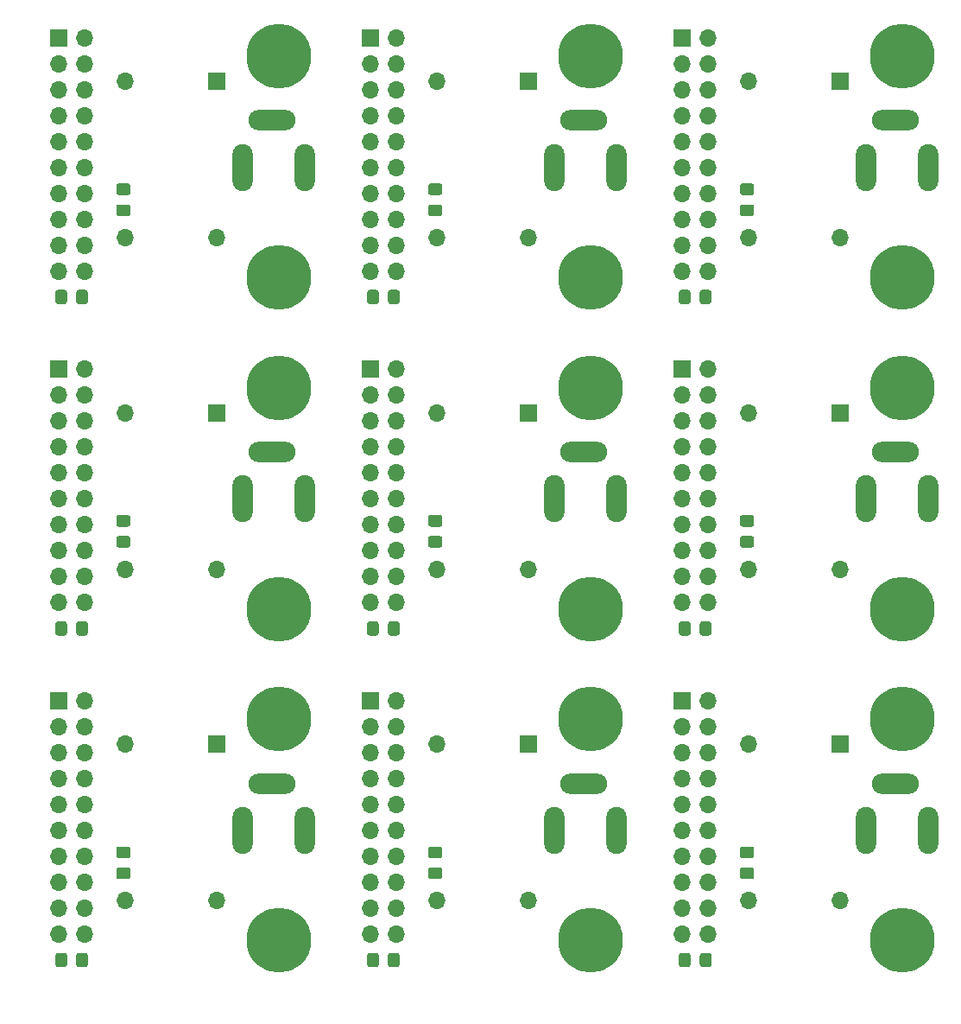
<source format=gbs>
%MOIN*%
%OFA0B0*%
%FSLAX46Y46*%
%IPPOS*%
%LPD*%
%ADD10C,0.25*%
%ADD11O,0.07874015748031496X0.18110236220472439*%
%ADD12O,0.18110236220472439X0.07874015748031496*%
%ADD13R,0.066929133858267723X0.066929133858267723*%
%ADD14O,0.066929133858267723X0.066929133858267723*%
%ADD25C,0.25*%
%ADD26O,0.07874015748031496X0.18110236220472439*%
%ADD27O,0.18110236220472439X0.07874015748031496*%
%ADD28R,0.066929133858267723X0.066929133858267723*%
%ADD29O,0.066929133858267723X0.066929133858267723*%
%ADD30C,0.25*%
%ADD31O,0.07874015748031496X0.18110236220472439*%
%ADD32O,0.18110236220472439X0.07874015748031496*%
%ADD33R,0.066929133858267723X0.066929133858267723*%
%ADD34O,0.066929133858267723X0.066929133858267723*%
%ADD35C,0.25*%
%ADD36O,0.07874015748031496X0.18110236220472439*%
%ADD37O,0.18110236220472439X0.07874015748031496*%
%ADD38R,0.066929133858267723X0.066929133858267723*%
%ADD39O,0.066929133858267723X0.066929133858267723*%
%ADD40C,0.25*%
%ADD41O,0.07874015748031496X0.18110236220472439*%
%ADD42O,0.18110236220472439X0.07874015748031496*%
%ADD43R,0.066929133858267723X0.066929133858267723*%
%ADD44O,0.066929133858267723X0.066929133858267723*%
%ADD45C,0.25*%
%ADD46O,0.07874015748031496X0.18110236220472439*%
%ADD47O,0.18110236220472439X0.07874015748031496*%
%ADD48R,0.066929133858267723X0.066929133858267723*%
%ADD49O,0.066929133858267723X0.066929133858267723*%
%ADD50C,0.25*%
%ADD51O,0.07874015748031496X0.18110236220472439*%
%ADD52O,0.18110236220472439X0.07874015748031496*%
%ADD53R,0.066929133858267723X0.066929133858267723*%
%ADD54O,0.066929133858267723X0.066929133858267723*%
%ADD55C,0.25*%
%ADD56O,0.07874015748031496X0.18110236220472439*%
%ADD57O,0.18110236220472439X0.07874015748031496*%
%ADD58R,0.066929133858267723X0.066929133858267723*%
%ADD59O,0.066929133858267723X0.066929133858267723*%
%ADD60C,0.25*%
%ADD61O,0.07874015748031496X0.18110236220472439*%
%ADD62O,0.18110236220472439X0.07874015748031496*%
%ADD63R,0.066929133858267723X0.066929133858267723*%
%ADD64O,0.066929133858267723X0.066929133858267723*%
G01*
G36*
G01*
X0000332283Y0000537992D02*
X0000367716Y0000537992D01*
G75*
G02*
X0000377559Y0000528149J-0000009842D01*
G01*
X0000377559Y0000502559D01*
G75*
G02*
X0000367716Y0000492716I-0000009842D01*
G01*
X0000332283Y0000492716D01*
G75*
G02*
X0000322440Y0000502559J0000009842D01*
G01*
X0000322440Y0000528149D01*
G75*
G02*
X0000332283Y0000537992I0000009842D01*
G01*
G37*
G36*
G01*
X0000332283Y0000457283D02*
X0000367716Y0000457283D01*
G75*
G02*
X0000377559Y0000447440J-0000009842D01*
G01*
X0000377559Y0000421850D01*
G75*
G02*
X0000367716Y0000412007I-0000009842D01*
G01*
X0000332283Y0000412007D01*
G75*
G02*
X0000322440Y0000421850J0000009842D01*
G01*
X0000322440Y0000447440D01*
G75*
G02*
X0000332283Y0000457283I0000009842D01*
G01*
G37*
D10*
X0000949999Y0000175000D03*
X0000949999Y0001028818D03*
G36*
G01*
X0000087007Y0000082283D02*
X0000087007Y0000117716D01*
G75*
G02*
X0000096850Y0000127559I0000009842D01*
G01*
X0000122440Y0000127559D01*
G75*
G02*
X0000132283Y0000117716J-0000009842D01*
G01*
X0000132283Y0000082283D01*
G75*
G02*
X0000122440Y0000072440I-0000009842D01*
G01*
X0000096850Y0000072440D01*
G75*
G02*
X0000087007Y0000082283J0000009842D01*
G01*
G37*
G36*
G01*
X0000167716Y0000082283D02*
X0000167716Y0000117716D01*
G75*
G02*
X0000177559Y0000127559I0000009842D01*
G01*
X0000203149Y0000127559D01*
G75*
G02*
X0000212992Y0000117716J-0000009842D01*
G01*
X0000212992Y0000082283D01*
G75*
G02*
X0000203149Y0000072440I-0000009842D01*
G01*
X0000177559Y0000072440D01*
G75*
G02*
X0000167716Y0000082283J0000009842D01*
G01*
G37*
D11*
X0001050000Y0000600000D03*
X0000809842Y0000600000D03*
D12*
X0000924015Y0000781102D03*
D13*
X0000710629Y0000931692D03*
D14*
X0000710629Y0000329330D03*
X0000356299Y0000931692D03*
X0000356299Y0000329330D03*
D13*
X0000100000Y0001100000D03*
D14*
X0000199999Y0001100000D03*
X0000100000Y0001000000D03*
X0000199999Y0001000000D03*
X0000100000Y0000900000D03*
X0000199999Y0000900000D03*
X0000100000Y0000800000D03*
X0000199999Y0000800000D03*
X0000100000Y0000700000D03*
X0000199999Y0000700000D03*
X0000100000Y0000600000D03*
X0000199999Y0000600000D03*
X0000100000Y0000500000D03*
X0000199999Y0000500000D03*
X0000100000Y0000400000D03*
X0000199999Y0000400000D03*
X0000100000Y0000300000D03*
X0000199999Y0000300000D03*
X0000100000Y0000200000D03*
X0000199999Y0000200000D03*
G04 next file*
G04 #@! TF.GenerationSoftware,KiCad,Pcbnew,(5.1.10)-1*
G04 #@! TF.CreationDate,2021-09-23T17:15:10-04:00*
G04 #@! TF.ProjectId,MINI360,4d494e49-3336-4302-9e6b-696361645f70,X1*
G04 #@! TF.SameCoordinates,Original*
G04 #@! TF.FileFunction,Soldermask,Bot*
G04 #@! TF.FilePolarity,Negative*
G04 Gerber Fmt 4.6, Leading zero omitted, Abs format (unit mm)*
G04 Created by KiCad (PCBNEW (5.1.10)-1) date 2021-09-23 17:15:10*
G01*
G04 APERTURE LIST*
G04 APERTURE END LIST*
G36*
G01*
X0000332283Y0001816732D02*
X0000367716Y0001816732D01*
G75*
G02*
X0000377559Y0001806889J-0000009842D01*
G01*
X0000377559Y0001781299D01*
G75*
G02*
X0000367716Y0001771456I-0000009842D01*
G01*
X0000332283Y0001771456D01*
G75*
G02*
X0000322440Y0001781299J0000009842D01*
G01*
X0000322440Y0001806889D01*
G75*
G02*
X0000332283Y0001816732I0000009842D01*
G01*
G37*
G36*
G01*
X0000332283Y0001736023D02*
X0000367716Y0001736023D01*
G75*
G02*
X0000377559Y0001726181J-0000009842D01*
G01*
X0000377559Y0001700590D01*
G75*
G02*
X0000367716Y0001690748I-0000009842D01*
G01*
X0000332283Y0001690748D01*
G75*
G02*
X0000322440Y0001700590J0000009842D01*
G01*
X0000322440Y0001726181D01*
G75*
G02*
X0000332283Y0001736023I0000009842D01*
G01*
G37*
D25*
X0000949999Y0001453740D03*
X0000949999Y0002307559D03*
G36*
G01*
X0000087007Y0001361023D02*
X0000087007Y0001396456D01*
G75*
G02*
X0000096850Y0001406299I0000009842D01*
G01*
X0000122440Y0001406299D01*
G75*
G02*
X0000132283Y0001396456J-0000009842D01*
G01*
X0000132283Y0001361023D01*
G75*
G02*
X0000122440Y0001351181I-0000009842D01*
G01*
X0000096850Y0001351181D01*
G75*
G02*
X0000087007Y0001361023J0000009842D01*
G01*
G37*
G36*
G01*
X0000167716Y0001361023D02*
X0000167716Y0001396456D01*
G75*
G02*
X0000177559Y0001406299I0000009842D01*
G01*
X0000203149Y0001406299D01*
G75*
G02*
X0000212992Y0001396456J-0000009842D01*
G01*
X0000212992Y0001361023D01*
G75*
G02*
X0000203149Y0001351181I-0000009842D01*
G01*
X0000177559Y0001351181D01*
G75*
G02*
X0000167716Y0001361023J0000009842D01*
G01*
G37*
D26*
X0001050000Y0001878740D03*
X0000809842Y0001878740D03*
D27*
X0000924015Y0002059842D03*
D28*
X0000710629Y0002210433D03*
D29*
X0000710629Y0001608070D03*
X0000356299Y0002210433D03*
X0000356299Y0001608070D03*
D28*
X0000100000Y0002378740D03*
D29*
X0000199999Y0002378740D03*
X0000100000Y0002278740D03*
X0000199999Y0002278740D03*
X0000100000Y0002178740D03*
X0000199999Y0002178740D03*
X0000100000Y0002078740D03*
X0000199999Y0002078740D03*
X0000100000Y0001978740D03*
X0000199999Y0001978740D03*
X0000100000Y0001878740D03*
X0000199999Y0001878740D03*
X0000100000Y0001778740D03*
X0000199999Y0001778740D03*
X0000100000Y0001678740D03*
X0000199999Y0001678740D03*
X0000100000Y0001578740D03*
X0000199999Y0001578740D03*
X0000100000Y0001478740D03*
X0000199999Y0001478740D03*
G04 next file*
G04 #@! TF.GenerationSoftware,KiCad,Pcbnew,(5.1.10)-1*
G04 #@! TF.CreationDate,2021-09-23T17:15:10-04:00*
G04 #@! TF.ProjectId,MINI360,4d494e49-3336-4302-9e6b-696361645f70,X1*
G04 #@! TF.SameCoordinates,Original*
G04 #@! TF.FileFunction,Soldermask,Bot*
G04 #@! TF.FilePolarity,Negative*
G04 Gerber Fmt 4.6, Leading zero omitted, Abs format (unit mm)*
G04 Created by KiCad (PCBNEW (5.1.10)-1) date 2021-09-23 17:15:10*
G01*
G04 APERTURE LIST*
G04 APERTURE END LIST*
G36*
G01*
X0000332283Y0003095472D02*
X0000367716Y0003095472D01*
G75*
G02*
X0000377559Y0003085629J-0000009842D01*
G01*
X0000377559Y0003060039D01*
G75*
G02*
X0000367716Y0003050196I-0000009842D01*
G01*
X0000332283Y0003050196D01*
G75*
G02*
X0000322440Y0003060039J0000009842D01*
G01*
X0000322440Y0003085629D01*
G75*
G02*
X0000332283Y0003095472I0000009842D01*
G01*
G37*
G36*
G01*
X0000332283Y0003014763D02*
X0000367716Y0003014763D01*
G75*
G02*
X0000377559Y0003004921J-0000009842D01*
G01*
X0000377559Y0002979330D01*
G75*
G02*
X0000367716Y0002969488I-0000009842D01*
G01*
X0000332283Y0002969488D01*
G75*
G02*
X0000322440Y0002979330J0000009842D01*
G01*
X0000322440Y0003004921D01*
G75*
G02*
X0000332283Y0003014763I0000009842D01*
G01*
G37*
D30*
X0000949999Y0002732480D03*
X0000949999Y0003586299D03*
G36*
G01*
X0000087007Y0002639763D02*
X0000087007Y0002675196D01*
G75*
G02*
X0000096850Y0002685039I0000009842D01*
G01*
X0000122440Y0002685039D01*
G75*
G02*
X0000132283Y0002675196J-0000009842D01*
G01*
X0000132283Y0002639763D01*
G75*
G02*
X0000122440Y0002629921I-0000009842D01*
G01*
X0000096850Y0002629921D01*
G75*
G02*
X0000087007Y0002639763J0000009842D01*
G01*
G37*
G36*
G01*
X0000167716Y0002639763D02*
X0000167716Y0002675196D01*
G75*
G02*
X0000177559Y0002685039I0000009842D01*
G01*
X0000203149Y0002685039D01*
G75*
G02*
X0000212992Y0002675196J-0000009842D01*
G01*
X0000212992Y0002639763D01*
G75*
G02*
X0000203149Y0002629921I-0000009842D01*
G01*
X0000177559Y0002629921D01*
G75*
G02*
X0000167716Y0002639763J0000009842D01*
G01*
G37*
D31*
X0001050000Y0003157480D03*
X0000809842Y0003157480D03*
D32*
X0000924015Y0003338582D03*
D33*
X0000710629Y0003489173D03*
D34*
X0000710629Y0002886811D03*
X0000356299Y0003489173D03*
X0000356299Y0002886811D03*
D33*
X0000100000Y0003657480D03*
D34*
X0000199999Y0003657480D03*
X0000100000Y0003557480D03*
X0000199999Y0003557480D03*
X0000100000Y0003457480D03*
X0000199999Y0003457480D03*
X0000100000Y0003357480D03*
X0000199999Y0003357480D03*
X0000100000Y0003257480D03*
X0000199999Y0003257480D03*
X0000100000Y0003157480D03*
X0000199999Y0003157480D03*
X0000100000Y0003057480D03*
X0000199999Y0003057480D03*
X0000100000Y0002957480D03*
X0000199999Y0002957480D03*
X0000100000Y0002857480D03*
X0000199999Y0002857480D03*
X0000100000Y0002757480D03*
X0000199999Y0002757480D03*
G04 next file*
G04 #@! TF.GenerationSoftware,KiCad,Pcbnew,(5.1.10)-1*
G04 #@! TF.CreationDate,2021-09-23T17:15:10-04:00*
G04 #@! TF.ProjectId,MINI360,4d494e49-3336-4302-9e6b-696361645f70,X1*
G04 #@! TF.SameCoordinates,Original*
G04 #@! TF.FileFunction,Soldermask,Bot*
G04 #@! TF.FilePolarity,Negative*
G04 Gerber Fmt 4.6, Leading zero omitted, Abs format (unit mm)*
G04 Created by KiCad (PCBNEW (5.1.10)-1) date 2021-09-23 17:15:10*
G01*
G04 APERTURE LIST*
G04 APERTURE END LIST*
G36*
G01*
X0001536023Y0000537992D02*
X0001571456Y0000537992D01*
G75*
G02*
X0001581299Y0000528149J-0000009842D01*
G01*
X0001581299Y0000502559D01*
G75*
G02*
X0001571456Y0000492716I-0000009842D01*
G01*
X0001536023Y0000492716D01*
G75*
G02*
X0001526181Y0000502559J0000009842D01*
G01*
X0001526181Y0000528149D01*
G75*
G02*
X0001536023Y0000537992I0000009842D01*
G01*
G37*
G36*
G01*
X0001536023Y0000457283D02*
X0001571456Y0000457283D01*
G75*
G02*
X0001581299Y0000447440J-0000009842D01*
G01*
X0001581299Y0000421850D01*
G75*
G02*
X0001571456Y0000412007I-0000009842D01*
G01*
X0001536023Y0000412007D01*
G75*
G02*
X0001526181Y0000421850J0000009842D01*
G01*
X0001526181Y0000447440D01*
G75*
G02*
X0001536023Y0000457283I0000009842D01*
G01*
G37*
D35*
X0002153740Y0000175000D03*
X0002153740Y0001028818D03*
G36*
G01*
X0001290747Y0000082283D02*
X0001290747Y0000117716D01*
G75*
G02*
X0001300590Y0000127559I0000009842D01*
G01*
X0001326181Y0000127559D01*
G75*
G02*
X0001336023Y0000117716J-0000009842D01*
G01*
X0001336023Y0000082283D01*
G75*
G02*
X0001326181Y0000072440I-0000009842D01*
G01*
X0001300590Y0000072440D01*
G75*
G02*
X0001290747Y0000082283J0000009842D01*
G01*
G37*
G36*
G01*
X0001371456Y0000082283D02*
X0001371456Y0000117716D01*
G75*
G02*
X0001381299Y0000127559I0000009842D01*
G01*
X0001406889Y0000127559D01*
G75*
G02*
X0001416732Y0000117716J-0000009842D01*
G01*
X0001416732Y0000082283D01*
G75*
G02*
X0001406889Y0000072440I-0000009842D01*
G01*
X0001381299Y0000072440D01*
G75*
G02*
X0001371456Y0000082283J0000009842D01*
G01*
G37*
D36*
X0002253740Y0000600000D03*
X0002013582Y0000600000D03*
D37*
X0002127755Y0000781102D03*
D38*
X0001914370Y0000931692D03*
D39*
X0001914370Y0000329330D03*
X0001560039Y0000931692D03*
X0001560039Y0000329330D03*
D38*
X0001303740Y0001100000D03*
D39*
X0001403740Y0001100000D03*
X0001303740Y0001000000D03*
X0001403740Y0001000000D03*
X0001303740Y0000900000D03*
X0001403740Y0000900000D03*
X0001303740Y0000800000D03*
X0001403740Y0000800000D03*
X0001303740Y0000700000D03*
X0001403740Y0000700000D03*
X0001303740Y0000600000D03*
X0001403740Y0000600000D03*
X0001303740Y0000500000D03*
X0001403740Y0000500000D03*
X0001303740Y0000400000D03*
X0001403740Y0000400000D03*
X0001303740Y0000300000D03*
X0001403740Y0000300000D03*
X0001303740Y0000200000D03*
X0001403740Y0000200000D03*
G04 next file*
G04 #@! TF.GenerationSoftware,KiCad,Pcbnew,(5.1.10)-1*
G04 #@! TF.CreationDate,2021-09-23T17:15:10-04:00*
G04 #@! TF.ProjectId,MINI360,4d494e49-3336-4302-9e6b-696361645f70,X1*
G04 #@! TF.SameCoordinates,Original*
G04 #@! TF.FileFunction,Soldermask,Bot*
G04 #@! TF.FilePolarity,Negative*
G04 Gerber Fmt 4.6, Leading zero omitted, Abs format (unit mm)*
G04 Created by KiCad (PCBNEW (5.1.10)-1) date 2021-09-23 17:15:10*
G01*
G04 APERTURE LIST*
G04 APERTURE END LIST*
G36*
G01*
X0002739763Y0000537992D02*
X0002775196Y0000537992D01*
G75*
G02*
X0002785039Y0000528149J-0000009842D01*
G01*
X0002785039Y0000502559D01*
G75*
G02*
X0002775196Y0000492716I-0000009842D01*
G01*
X0002739763Y0000492716D01*
G75*
G02*
X0002729921Y0000502559J0000009842D01*
G01*
X0002729921Y0000528149D01*
G75*
G02*
X0002739763Y0000537992I0000009842D01*
G01*
G37*
G36*
G01*
X0002739763Y0000457283D02*
X0002775196Y0000457283D01*
G75*
G02*
X0002785039Y0000447440J-0000009842D01*
G01*
X0002785039Y0000421850D01*
G75*
G02*
X0002775196Y0000412007I-0000009842D01*
G01*
X0002739763Y0000412007D01*
G75*
G02*
X0002729921Y0000421850J0000009842D01*
G01*
X0002729921Y0000447440D01*
G75*
G02*
X0002739763Y0000457283I0000009842D01*
G01*
G37*
D40*
X0003357480Y0000175000D03*
X0003357480Y0001028818D03*
G36*
G01*
X0002494488Y0000082283D02*
X0002494488Y0000117716D01*
G75*
G02*
X0002504330Y0000127559I0000009842D01*
G01*
X0002529921Y0000127559D01*
G75*
G02*
X0002539763Y0000117716J-0000009842D01*
G01*
X0002539763Y0000082283D01*
G75*
G02*
X0002529921Y0000072440I-0000009842D01*
G01*
X0002504330Y0000072440D01*
G75*
G02*
X0002494488Y0000082283J0000009842D01*
G01*
G37*
G36*
G01*
X0002575196Y0000082283D02*
X0002575196Y0000117716D01*
G75*
G02*
X0002585039Y0000127559I0000009842D01*
G01*
X0002610629Y0000127559D01*
G75*
G02*
X0002620472Y0000117716J-0000009842D01*
G01*
X0002620472Y0000082283D01*
G75*
G02*
X0002610629Y0000072440I-0000009842D01*
G01*
X0002585039Y0000072440D01*
G75*
G02*
X0002575196Y0000082283J0000009842D01*
G01*
G37*
D41*
X0003457480Y0000600000D03*
X0003217322Y0000600000D03*
D42*
X0003331496Y0000781102D03*
D43*
X0003118110Y0000931692D03*
D44*
X0003118110Y0000329330D03*
X0002763779Y0000931692D03*
X0002763779Y0000329330D03*
D43*
X0002507480Y0001100000D03*
D44*
X0002607480Y0001100000D03*
X0002507480Y0001000000D03*
X0002607480Y0001000000D03*
X0002507480Y0000900000D03*
X0002607480Y0000900000D03*
X0002507480Y0000800000D03*
X0002607480Y0000800000D03*
X0002507480Y0000700000D03*
X0002607480Y0000700000D03*
X0002507480Y0000600000D03*
X0002607480Y0000600000D03*
X0002507480Y0000500000D03*
X0002607480Y0000500000D03*
X0002507480Y0000400000D03*
X0002607480Y0000400000D03*
X0002507480Y0000300000D03*
X0002607480Y0000300000D03*
X0002507480Y0000200000D03*
X0002607480Y0000200000D03*
G04 next file*
G04 #@! TF.GenerationSoftware,KiCad,Pcbnew,(5.1.10)-1*
G04 #@! TF.CreationDate,2021-09-23T17:15:10-04:00*
G04 #@! TF.ProjectId,MINI360,4d494e49-3336-4302-9e6b-696361645f70,X1*
G04 #@! TF.SameCoordinates,Original*
G04 #@! TF.FileFunction,Soldermask,Bot*
G04 #@! TF.FilePolarity,Negative*
G04 Gerber Fmt 4.6, Leading zero omitted, Abs format (unit mm)*
G04 Created by KiCad (PCBNEW (5.1.10)-1) date 2021-09-23 17:15:10*
G01*
G04 APERTURE LIST*
G04 APERTURE END LIST*
G36*
G01*
X0001536023Y0001816732D02*
X0001571456Y0001816732D01*
G75*
G02*
X0001581299Y0001806889J-0000009842D01*
G01*
X0001581299Y0001781299D01*
G75*
G02*
X0001571456Y0001771456I-0000009842D01*
G01*
X0001536023Y0001771456D01*
G75*
G02*
X0001526181Y0001781299J0000009842D01*
G01*
X0001526181Y0001806889D01*
G75*
G02*
X0001536023Y0001816732I0000009842D01*
G01*
G37*
G36*
G01*
X0001536023Y0001736023D02*
X0001571456Y0001736023D01*
G75*
G02*
X0001581299Y0001726181J-0000009842D01*
G01*
X0001581299Y0001700590D01*
G75*
G02*
X0001571456Y0001690748I-0000009842D01*
G01*
X0001536023Y0001690748D01*
G75*
G02*
X0001526181Y0001700590J0000009842D01*
G01*
X0001526181Y0001726181D01*
G75*
G02*
X0001536023Y0001736023I0000009842D01*
G01*
G37*
D45*
X0002153740Y0001453740D03*
X0002153740Y0002307559D03*
G36*
G01*
X0001290747Y0001361023D02*
X0001290747Y0001396456D01*
G75*
G02*
X0001300590Y0001406299I0000009842D01*
G01*
X0001326181Y0001406299D01*
G75*
G02*
X0001336023Y0001396456J-0000009842D01*
G01*
X0001336023Y0001361023D01*
G75*
G02*
X0001326181Y0001351181I-0000009842D01*
G01*
X0001300590Y0001351181D01*
G75*
G02*
X0001290747Y0001361023J0000009842D01*
G01*
G37*
G36*
G01*
X0001371456Y0001361023D02*
X0001371456Y0001396456D01*
G75*
G02*
X0001381299Y0001406299I0000009842D01*
G01*
X0001406889Y0001406299D01*
G75*
G02*
X0001416732Y0001396456J-0000009842D01*
G01*
X0001416732Y0001361023D01*
G75*
G02*
X0001406889Y0001351181I-0000009842D01*
G01*
X0001381299Y0001351181D01*
G75*
G02*
X0001371456Y0001361023J0000009842D01*
G01*
G37*
D46*
X0002253740Y0001878740D03*
X0002013582Y0001878740D03*
D47*
X0002127755Y0002059842D03*
D48*
X0001914370Y0002210433D03*
D49*
X0001914370Y0001608070D03*
X0001560039Y0002210433D03*
X0001560039Y0001608070D03*
D48*
X0001303740Y0002378740D03*
D49*
X0001403740Y0002378740D03*
X0001303740Y0002278740D03*
X0001403740Y0002278740D03*
X0001303740Y0002178740D03*
X0001403740Y0002178740D03*
X0001303740Y0002078740D03*
X0001403740Y0002078740D03*
X0001303740Y0001978740D03*
X0001403740Y0001978740D03*
X0001303740Y0001878740D03*
X0001403740Y0001878740D03*
X0001303740Y0001778740D03*
X0001403740Y0001778740D03*
X0001303740Y0001678740D03*
X0001403740Y0001678740D03*
X0001303740Y0001578740D03*
X0001403740Y0001578740D03*
X0001303740Y0001478740D03*
X0001403740Y0001478740D03*
G04 next file*
G04 #@! TF.GenerationSoftware,KiCad,Pcbnew,(5.1.10)-1*
G04 #@! TF.CreationDate,2021-09-23T17:15:10-04:00*
G04 #@! TF.ProjectId,MINI360,4d494e49-3336-4302-9e6b-696361645f70,X1*
G04 #@! TF.SameCoordinates,Original*
G04 #@! TF.FileFunction,Soldermask,Bot*
G04 #@! TF.FilePolarity,Negative*
G04 Gerber Fmt 4.6, Leading zero omitted, Abs format (unit mm)*
G04 Created by KiCad (PCBNEW (5.1.10)-1) date 2021-09-23 17:15:10*
G01*
G04 APERTURE LIST*
G04 APERTURE END LIST*
G36*
G01*
X0001536023Y0003095472D02*
X0001571456Y0003095472D01*
G75*
G02*
X0001581299Y0003085629J-0000009842D01*
G01*
X0001581299Y0003060039D01*
G75*
G02*
X0001571456Y0003050196I-0000009842D01*
G01*
X0001536023Y0003050196D01*
G75*
G02*
X0001526181Y0003060039J0000009842D01*
G01*
X0001526181Y0003085629D01*
G75*
G02*
X0001536023Y0003095472I0000009842D01*
G01*
G37*
G36*
G01*
X0001536023Y0003014763D02*
X0001571456Y0003014763D01*
G75*
G02*
X0001581299Y0003004921J-0000009842D01*
G01*
X0001581299Y0002979330D01*
G75*
G02*
X0001571456Y0002969488I-0000009842D01*
G01*
X0001536023Y0002969488D01*
G75*
G02*
X0001526181Y0002979330J0000009842D01*
G01*
X0001526181Y0003004921D01*
G75*
G02*
X0001536023Y0003014763I0000009842D01*
G01*
G37*
D50*
X0002153740Y0002732480D03*
X0002153740Y0003586299D03*
G36*
G01*
X0001290747Y0002639763D02*
X0001290747Y0002675196D01*
G75*
G02*
X0001300590Y0002685039I0000009842D01*
G01*
X0001326181Y0002685039D01*
G75*
G02*
X0001336023Y0002675196J-0000009842D01*
G01*
X0001336023Y0002639763D01*
G75*
G02*
X0001326181Y0002629921I-0000009842D01*
G01*
X0001300590Y0002629921D01*
G75*
G02*
X0001290747Y0002639763J0000009842D01*
G01*
G37*
G36*
G01*
X0001371456Y0002639763D02*
X0001371456Y0002675196D01*
G75*
G02*
X0001381299Y0002685039I0000009842D01*
G01*
X0001406889Y0002685039D01*
G75*
G02*
X0001416732Y0002675196J-0000009842D01*
G01*
X0001416732Y0002639763D01*
G75*
G02*
X0001406889Y0002629921I-0000009842D01*
G01*
X0001381299Y0002629921D01*
G75*
G02*
X0001371456Y0002639763J0000009842D01*
G01*
G37*
D51*
X0002253740Y0003157480D03*
X0002013582Y0003157480D03*
D52*
X0002127755Y0003338582D03*
D53*
X0001914370Y0003489173D03*
D54*
X0001914370Y0002886811D03*
X0001560039Y0003489173D03*
X0001560039Y0002886811D03*
D53*
X0001303740Y0003657480D03*
D54*
X0001403740Y0003657480D03*
X0001303740Y0003557480D03*
X0001403740Y0003557480D03*
X0001303740Y0003457480D03*
X0001403740Y0003457480D03*
X0001303740Y0003357480D03*
X0001403740Y0003357480D03*
X0001303740Y0003257480D03*
X0001403740Y0003257480D03*
X0001303740Y0003157480D03*
X0001403740Y0003157480D03*
X0001303740Y0003057480D03*
X0001403740Y0003057480D03*
X0001303740Y0002957480D03*
X0001403740Y0002957480D03*
X0001303740Y0002857480D03*
X0001403740Y0002857480D03*
X0001303740Y0002757480D03*
X0001403740Y0002757480D03*
G04 next file*
G04 #@! TF.GenerationSoftware,KiCad,Pcbnew,(5.1.10)-1*
G04 #@! TF.CreationDate,2021-09-23T17:15:10-04:00*
G04 #@! TF.ProjectId,MINI360,4d494e49-3336-4302-9e6b-696361645f70,X1*
G04 #@! TF.SameCoordinates,Original*
G04 #@! TF.FileFunction,Soldermask,Bot*
G04 #@! TF.FilePolarity,Negative*
G04 Gerber Fmt 4.6, Leading zero omitted, Abs format (unit mm)*
G04 Created by KiCad (PCBNEW (5.1.10)-1) date 2021-09-23 17:15:10*
G01*
G04 APERTURE LIST*
G04 APERTURE END LIST*
G36*
G01*
X0002739763Y0001816732D02*
X0002775196Y0001816732D01*
G75*
G02*
X0002785039Y0001806889J-0000009842D01*
G01*
X0002785039Y0001781299D01*
G75*
G02*
X0002775196Y0001771456I-0000009842D01*
G01*
X0002739763Y0001771456D01*
G75*
G02*
X0002729921Y0001781299J0000009842D01*
G01*
X0002729921Y0001806889D01*
G75*
G02*
X0002739763Y0001816732I0000009842D01*
G01*
G37*
G36*
G01*
X0002739763Y0001736023D02*
X0002775196Y0001736023D01*
G75*
G02*
X0002785039Y0001726181J-0000009842D01*
G01*
X0002785039Y0001700590D01*
G75*
G02*
X0002775196Y0001690748I-0000009842D01*
G01*
X0002739763Y0001690748D01*
G75*
G02*
X0002729921Y0001700590J0000009842D01*
G01*
X0002729921Y0001726181D01*
G75*
G02*
X0002739763Y0001736023I0000009842D01*
G01*
G37*
D55*
X0003357480Y0001453740D03*
X0003357480Y0002307559D03*
G36*
G01*
X0002494488Y0001361023D02*
X0002494488Y0001396456D01*
G75*
G02*
X0002504330Y0001406299I0000009842D01*
G01*
X0002529921Y0001406299D01*
G75*
G02*
X0002539763Y0001396456J-0000009842D01*
G01*
X0002539763Y0001361023D01*
G75*
G02*
X0002529921Y0001351181I-0000009842D01*
G01*
X0002504330Y0001351181D01*
G75*
G02*
X0002494488Y0001361023J0000009842D01*
G01*
G37*
G36*
G01*
X0002575196Y0001361023D02*
X0002575196Y0001396456D01*
G75*
G02*
X0002585039Y0001406299I0000009842D01*
G01*
X0002610629Y0001406299D01*
G75*
G02*
X0002620472Y0001396456J-0000009842D01*
G01*
X0002620472Y0001361023D01*
G75*
G02*
X0002610629Y0001351181I-0000009842D01*
G01*
X0002585039Y0001351181D01*
G75*
G02*
X0002575196Y0001361023J0000009842D01*
G01*
G37*
D56*
X0003457480Y0001878740D03*
X0003217322Y0001878740D03*
D57*
X0003331496Y0002059842D03*
D58*
X0003118110Y0002210433D03*
D59*
X0003118110Y0001608070D03*
X0002763779Y0002210433D03*
X0002763779Y0001608070D03*
D58*
X0002507480Y0002378740D03*
D59*
X0002607480Y0002378740D03*
X0002507480Y0002278740D03*
X0002607480Y0002278740D03*
X0002507480Y0002178740D03*
X0002607480Y0002178740D03*
X0002507480Y0002078740D03*
X0002607480Y0002078740D03*
X0002507480Y0001978740D03*
X0002607480Y0001978740D03*
X0002507480Y0001878740D03*
X0002607480Y0001878740D03*
X0002507480Y0001778740D03*
X0002607480Y0001778740D03*
X0002507480Y0001678740D03*
X0002607480Y0001678740D03*
X0002507480Y0001578740D03*
X0002607480Y0001578740D03*
X0002507480Y0001478740D03*
X0002607480Y0001478740D03*
G04 next file*
G04 #@! TF.GenerationSoftware,KiCad,Pcbnew,(5.1.10)-1*
G04 #@! TF.CreationDate,2021-09-23T17:15:10-04:00*
G04 #@! TF.ProjectId,MINI360,4d494e49-3336-4302-9e6b-696361645f70,X1*
G04 #@! TF.SameCoordinates,Original*
G04 #@! TF.FileFunction,Soldermask,Bot*
G04 #@! TF.FilePolarity,Negative*
G04 Gerber Fmt 4.6, Leading zero omitted, Abs format (unit mm)*
G04 Created by KiCad (PCBNEW (5.1.10)-1) date 2021-09-23 17:15:10*
G01*
G04 APERTURE LIST*
G04 APERTURE END LIST*
G36*
G01*
X0002739763Y0003095472D02*
X0002775196Y0003095472D01*
G75*
G02*
X0002785039Y0003085629J-0000009842D01*
G01*
X0002785039Y0003060039D01*
G75*
G02*
X0002775196Y0003050196I-0000009842D01*
G01*
X0002739763Y0003050196D01*
G75*
G02*
X0002729921Y0003060039J0000009842D01*
G01*
X0002729921Y0003085629D01*
G75*
G02*
X0002739763Y0003095472I0000009842D01*
G01*
G37*
G36*
G01*
X0002739763Y0003014763D02*
X0002775196Y0003014763D01*
G75*
G02*
X0002785039Y0003004921J-0000009842D01*
G01*
X0002785039Y0002979330D01*
G75*
G02*
X0002775196Y0002969488I-0000009842D01*
G01*
X0002739763Y0002969488D01*
G75*
G02*
X0002729921Y0002979330J0000009842D01*
G01*
X0002729921Y0003004921D01*
G75*
G02*
X0002739763Y0003014763I0000009842D01*
G01*
G37*
D60*
X0003357480Y0002732480D03*
X0003357480Y0003586299D03*
G36*
G01*
X0002494488Y0002639763D02*
X0002494488Y0002675196D01*
G75*
G02*
X0002504330Y0002685039I0000009842D01*
G01*
X0002529921Y0002685039D01*
G75*
G02*
X0002539763Y0002675196J-0000009842D01*
G01*
X0002539763Y0002639763D01*
G75*
G02*
X0002529921Y0002629921I-0000009842D01*
G01*
X0002504330Y0002629921D01*
G75*
G02*
X0002494488Y0002639763J0000009842D01*
G01*
G37*
G36*
G01*
X0002575196Y0002639763D02*
X0002575196Y0002675196D01*
G75*
G02*
X0002585039Y0002685039I0000009842D01*
G01*
X0002610629Y0002685039D01*
G75*
G02*
X0002620472Y0002675196J-0000009842D01*
G01*
X0002620472Y0002639763D01*
G75*
G02*
X0002610629Y0002629921I-0000009842D01*
G01*
X0002585039Y0002629921D01*
G75*
G02*
X0002575196Y0002639763J0000009842D01*
G01*
G37*
D61*
X0003457480Y0003157480D03*
X0003217322Y0003157480D03*
D62*
X0003331496Y0003338582D03*
D63*
X0003118110Y0003489173D03*
D64*
X0003118110Y0002886811D03*
X0002763779Y0003489173D03*
X0002763779Y0002886811D03*
D63*
X0002507480Y0003657480D03*
D64*
X0002607480Y0003657480D03*
X0002507480Y0003557480D03*
X0002607480Y0003557480D03*
X0002507480Y0003457480D03*
X0002607480Y0003457480D03*
X0002507480Y0003357480D03*
X0002607480Y0003357480D03*
X0002507480Y0003257480D03*
X0002607480Y0003257480D03*
X0002507480Y0003157480D03*
X0002607480Y0003157480D03*
X0002507480Y0003057480D03*
X0002607480Y0003057480D03*
X0002507480Y0002957480D03*
X0002607480Y0002957480D03*
X0002507480Y0002857480D03*
X0002607480Y0002857480D03*
X0002507480Y0002757480D03*
X0002607480Y0002757480D03*
M02*
</source>
